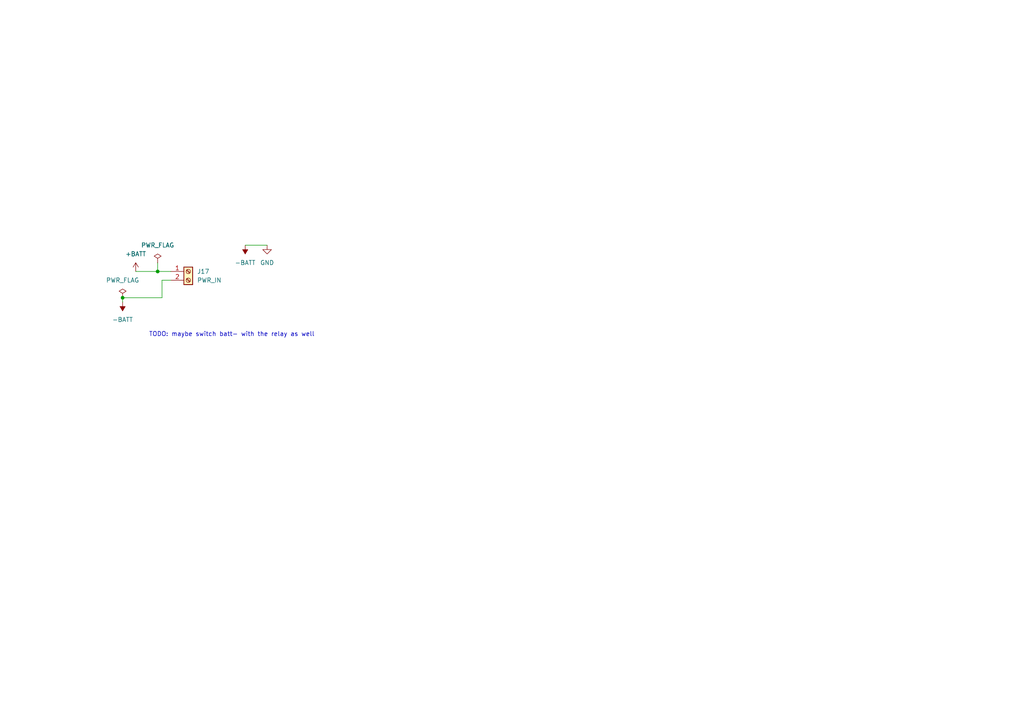
<source format=kicad_sch>
(kicad_sch (version 20230121) (generator eeschema)
  (paper "A4")
  (lib_symbols
    (symbol "Connector:Screw_Terminal_01x02" (pin_names (offset 1.016) hide)
      (property "Reference" "J" (at 0 2.54 0))
      (property "Value" "Screw_Terminal_01x02" (at 0 -5.08 0))
      (symbol "Screw_Terminal_01x02_1_1"
        (rectangle (start -1.27 1.27) (end 1.27 -3.81) (stroke (width 0.254)) (fill (type background)))
        (circle (center 0 -2.54) (radius 0.635) (stroke (width 0.1524)))
        (polyline (pts (xy -0.5334 -2.2098) (xy 0.3302 -3.048)) (stroke (width 0.1524)))
        (polyline (pts (xy -0.5334 0.3302) (xy 0.3302 -0.508)) (stroke (width 0.1524)))
        (polyline (pts (xy -0.3556 -2.032) (xy 0.508 -2.8702)) (stroke (width 0.1524)))
        (polyline (pts (xy -0.3556 0.508) (xy 0.508 -0.3302)) (stroke (width 0.1524)))
        (circle (center 0 0) (radius 0.635) (stroke (width 0.1524)))
        (pin passive line (at -5.08 0 0) (length 3.81) (name "Pin_1") (number "1"))
        (pin passive line (at -5.08 -2.54 0) (length 3.81) (name "Pin_2") (number "2"))
      )
    )
    (symbol "power:+BATT" (power) (pin_names (offset 0))
      (property "Value" "+BATT" (at 0 3.556 0))
      (symbol "+BATT_0_1"
        (polyline (pts (xy -0.762 1.27) (xy 0 2.54)))
        (polyline (pts (xy 0 0) (xy 0 2.54)))
        (polyline (pts (xy 0 2.54) (xy 0.762 1.27)))
      )
      (symbol "+BATT_1_1"
        (pin power_in line (at 0 0 90) (length 0) hide (name "+BATT") (number "1"))
      )
    )
    (symbol "power:-BATT" (power) (pin_names (offset 0))
      (property "Value" "-BATT" (at 0 3.556 0))
      (symbol "-BATT_0_1"
        (polyline (pts (xy 0 0) (xy 0 2.54)))
        (polyline (pts (xy 0.762 1.27) (xy -0.762 1.27) (xy 0 2.54) (xy 0.762 1.27)) (fill (type outline)))
      )
      (symbol "-BATT_1_1"
        (pin power_in line (at 0 0 90) (length 0) hide (name "-BATT") (number "1"))
      )
    )
    (symbol "power:GND" (power) (pin_names (offset 0))
      (property "Value" "GND" (at 0 -3.81 0))
      (symbol "GND_0_1"
        (polyline (pts (xy 0 0) (xy 0 -1.27) (xy 1.27 -1.27) (xy 0 -2.54) (xy -1.27 -1.27) (xy 0 -1.27)))
      )
      (symbol "GND_1_1"
        (pin power_in line (at 0 0 270) (length 0) hide (name "GND") (number "1"))
      )
    )
    (symbol "power:PWR_FLAG" (power) (pin_numbers hide) (pin_names (offset 0) hide)
      (property "Value" "PWR_FLAG" (at 0 3.81 0))
      (symbol "PWR_FLAG_0_0"
        (pin power_out line (at 0 0 90) (length 0) (name "pwr") (number "1"))
      )
      (symbol "PWR_FLAG_0_1"
        (polyline (pts (xy 0 0) (xy 0 1.27) (xy -1.016 1.905) (xy 0 2.54) (xy 1.016 1.905) (xy 0 1.27)))
      )
    )
  )
  (junction (at 45.72 78.74))
  (junction (at 35.56 86.36))
  (wire (pts (xy 39.37 78.74) (xy 45.72 78.74)))
  (wire (pts (xy 46.99 81.28) (xy 49.53 81.28)))
  (wire (pts (xy 35.56 87.63) (xy 35.56 86.36)))
  (wire (pts (xy 71.12 71.12) (xy 77.47 71.12)))
  (wire (pts (xy 45.72 78.74) (xy 49.53 78.74)))
  (wire (pts (xy 45.72 76.2) (xy 45.72 78.74)))
  (wire (pts (xy 35.56 86.36) (xy 46.99 86.36)))
  (wire (pts (xy 46.99 86.36) (xy 46.99 81.28)))
  (text "TODO: maybe switch batt- with the relay as well" (at 43.18 97.79 0) (effects (font (size 1.27 1.27)) (justify left bottom)))
  (symbol (lib_id "power:PWR_FLAG") (at 35.56 86.36 0) (unit 1)
    (property "Reference" "#FLG01" (effects hide))
    (property "Value" "PWR_FLAG" (at 35.56 81.28 0))
  )
  (symbol (lib_id "power:GND") (at 77.47 71.12 0) (unit 1)
    (property "Reference" "#PWR048" (effects hide))
    (property "Value" "GND" (at 77.47 76.2 0))
  )
  (symbol (lib_id "Connector:Screw_Terminal_01x02") (at 54.61 78.74 0) (unit 1)
    (property "Reference" "J17" (at 57.15 78.74 0) (effects (justify left)))
    (property "Value" "PWR_IN" (at 57.15 81.28 0) (effects (justify left)))
    (property "Footprint" "TerminalBlock_Phoenix:TerminalBlock_Phoenix_PT-1,5-2-5.0-H_1x02_P5.00mm_Horizontal" (effects hide))
    (instances (project "mirte-master" (path "" (reference "J17") (unit 1)) (path "" (reference "J15") (unit 1))))
  )
  (symbol (lib_id "power:PWR_FLAG") (at 45.72 76.2 0) (unit 1)
    (property "Reference" "#FLG02" (effects hide))
    (property "Value" "PWR_FLAG" (at 45.72 71.12 0))
  )
  (symbol (lib_id "power:-BATT") (at 71.12 71.12 180) (unit 1)
    (property "Reference" "#PWR047" (effects hide))
    (property "Value" "-BATT" (at 71.12 76.2 0))
  )
  (symbol (lib_id "power:-BATT") (at 35.56 87.63 180) (unit 1)
    (property "Reference" "#PWR034" (effects hide))
    (property "Value" "-BATT" (at 35.56 92.71 0))
  )
  (symbol (lib_id "power:+BATT") (at 39.37 78.74 0) (unit 1)
    (property "Reference" "#PWR036" (effects hide))
    (property "Value" "+BATT" (at 39.37 73.66 0))
  )
)
</source>
